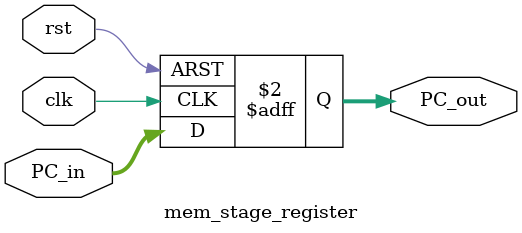
<source format=v>
module mem_stage_register(
  input clk, rst,
  input [31:0] PC_in,
  output reg [31:0] PC_out
);
  always@(posedge clk, posedge rst) begin
    if(rst)
      PC_out <= 32'b0;
    else
      PC_out <= PC_in;
  end
endmodule


</source>
